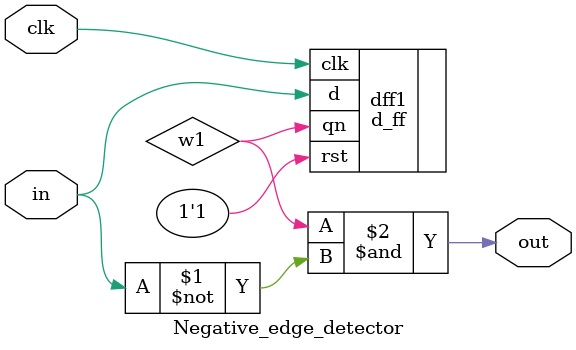
<source format=v>
`timescale 1ns / 1ps
module Negative_edge_detector(input in,
    input clk,
    output out); 
    wire w1;
    d_ff dff1(.d(in),.clk(clk),.qn(w1),.rst(1'b1));
    assign out= w1 & ~in;
endmodule 


</source>
